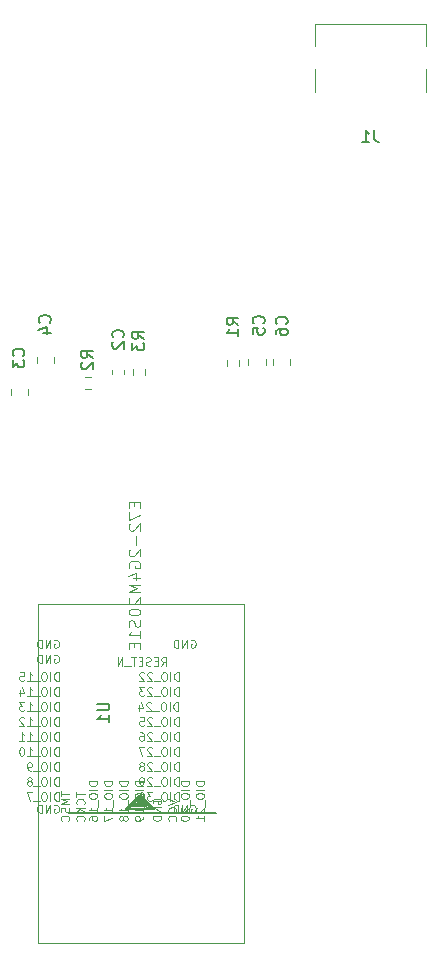
<source format=gbr>
%TF.GenerationSoftware,KiCad,Pcbnew,(5.1.7-0-10_14)*%
%TF.CreationDate,2020-11-05T11:20:50+08:00*%
%TF.ProjectId,bbb_cape,6262625f-6361-4706-952e-6b696361645f,rev?*%
%TF.SameCoordinates,Original*%
%TF.FileFunction,Legend,Bot*%
%TF.FilePolarity,Positive*%
%FSLAX46Y46*%
G04 Gerber Fmt 4.6, Leading zero omitted, Abs format (unit mm)*
G04 Created by KiCad (PCBNEW (5.1.7-0-10_14)) date 2020-11-05 11:20:50*
%MOMM*%
%LPD*%
G01*
G04 APERTURE LIST*
%ADD10C,0.120000*%
%ADD11C,0.200000*%
%ADD12C,0.100000*%
%ADD13C,0.150000*%
G04 APERTURE END LIST*
D10*
%TO.C,R3*%
X141852600Y-79937124D02*
X141852600Y-79427676D01*
X140807600Y-79937124D02*
X140807600Y-79427676D01*
%TO.C,R2*%
X136755376Y-81144900D02*
X137264824Y-81144900D01*
X136755376Y-80099900D02*
X137264824Y-80099900D01*
%TO.C,R1*%
X148767600Y-78677676D02*
X148767600Y-79187124D01*
X149812600Y-78677676D02*
X149812600Y-79187124D01*
%TO.C,C6*%
X152685100Y-78611148D02*
X152685100Y-79133652D01*
X154155100Y-78611148D02*
X154155100Y-79133652D01*
%TO.C,C5*%
X150615100Y-78611148D02*
X150615100Y-79133652D01*
X152085100Y-78611148D02*
X152085100Y-79133652D01*
%TO.C,C4*%
X134185100Y-78913652D02*
X134185100Y-78391148D01*
X132715100Y-78913652D02*
X132715100Y-78391148D01*
%TO.C,C3*%
X131995100Y-81633652D02*
X131995100Y-81111148D01*
X130525100Y-81633652D02*
X130525100Y-81111148D01*
%TO.C,C2*%
X140120100Y-79848667D02*
X140120100Y-79556133D01*
X139100100Y-79848667D02*
X139100100Y-79556133D01*
%TO.C,J1*%
X156240100Y-52122400D02*
X156240100Y-50222400D01*
X156240100Y-56022400D02*
X156240100Y-54022400D01*
X165640100Y-52122400D02*
X165640100Y-50222400D01*
X165640100Y-56022400D02*
X165640100Y-54022400D01*
X156240100Y-50222400D02*
X165640100Y-50222400D01*
D11*
%TO.C,U1*%
X141298381Y-116225706D02*
X141298381Y-115819154D01*
X141298381Y-115819154D02*
X141445116Y-115819154D01*
X141445116Y-115819154D02*
X141445116Y-115672444D01*
X141445116Y-115672444D02*
X141445116Y-115819154D01*
X141445116Y-115819154D02*
X141745116Y-116119153D01*
X141745116Y-116119153D02*
X141745116Y-115972443D01*
X141745116Y-115972443D02*
X141594519Y-115821846D01*
X141594519Y-115821846D02*
X141297212Y-116119153D01*
X141297212Y-116119153D02*
X141291853Y-116119153D01*
X141291853Y-116119153D02*
X141145117Y-115972443D01*
X141145117Y-115972443D02*
X141298381Y-115819154D01*
X141298381Y-115819154D02*
X141145117Y-115972443D01*
X141145117Y-115972443D02*
X141045117Y-116072443D01*
X141045117Y-116072443D02*
X141045117Y-116172443D01*
X141045117Y-116172443D02*
X141145117Y-116272442D01*
X141145117Y-116272442D02*
X142045115Y-116272442D01*
X142045115Y-116272442D02*
X142145115Y-116372442D01*
X142145115Y-116372442D02*
X141998379Y-116372442D01*
X141998379Y-116372442D02*
X141745116Y-116119153D01*
X141745116Y-116119153D02*
X141291853Y-116119153D01*
X141291853Y-116119153D02*
X141145117Y-116265889D01*
X140745118Y-116672442D02*
X140210092Y-116672442D01*
X140210092Y-116672442D02*
X141410090Y-115472444D01*
X141410090Y-115472444D02*
X141445116Y-115472444D01*
X141445116Y-115472444D02*
X141594519Y-115621847D01*
X141594519Y-115621847D02*
X141594519Y-115821846D01*
X141594519Y-115821846D02*
X142345115Y-116572442D01*
X142345115Y-116572442D02*
X142045115Y-116572442D01*
X142045115Y-116572442D02*
X141945115Y-116472442D01*
X141945115Y-116472442D02*
X140845118Y-116472442D01*
X140845118Y-116472442D02*
X140645118Y-116472442D01*
X140645118Y-116472442D02*
X140845118Y-116272442D01*
X140845118Y-116272442D02*
X141145117Y-116272442D01*
X141145117Y-116272442D02*
X141145117Y-116172392D01*
X142645114Y-116672442D02*
X140445118Y-116672442D01*
X140445118Y-116672442D02*
X141445116Y-115672444D01*
X141445116Y-115672444D02*
X141445116Y-115472444D01*
X141445116Y-115472444D02*
X142645114Y-116672442D01*
X135463416Y-117063094D02*
X147879165Y-117063094D01*
D12*
X132780110Y-99372400D02*
X150280100Y-99372400D01*
X150280100Y-99372400D02*
X150280100Y-128072393D01*
X150280100Y-128072393D02*
X132780110Y-128072393D01*
X132780110Y-128072393D02*
X132780110Y-99372400D01*
%TO.C,R3*%
D13*
X141782480Y-76885733D02*
X141306290Y-76552400D01*
X141782480Y-76314304D02*
X140782480Y-76314304D01*
X140782480Y-76695257D01*
X140830100Y-76790495D01*
X140877719Y-76838114D01*
X140972957Y-76885733D01*
X141115814Y-76885733D01*
X141211052Y-76838114D01*
X141258671Y-76790495D01*
X141306290Y-76695257D01*
X141306290Y-76314304D01*
X140782480Y-77219066D02*
X140782480Y-77838114D01*
X141163433Y-77504780D01*
X141163433Y-77647638D01*
X141211052Y-77742876D01*
X141258671Y-77790495D01*
X141353909Y-77838114D01*
X141592004Y-77838114D01*
X141687242Y-77790495D01*
X141734861Y-77742876D01*
X141782480Y-77647638D01*
X141782480Y-77361923D01*
X141734861Y-77266685D01*
X141687242Y-77219066D01*
%TO.C,R2*%
X137442480Y-78495733D02*
X136966290Y-78162400D01*
X137442480Y-77924304D02*
X136442480Y-77924304D01*
X136442480Y-78305257D01*
X136490100Y-78400495D01*
X136537719Y-78448114D01*
X136632957Y-78495733D01*
X136775814Y-78495733D01*
X136871052Y-78448114D01*
X136918671Y-78400495D01*
X136966290Y-78305257D01*
X136966290Y-77924304D01*
X136537719Y-78876685D02*
X136490100Y-78924304D01*
X136442480Y-79019542D01*
X136442480Y-79257638D01*
X136490100Y-79352876D01*
X136537719Y-79400495D01*
X136632957Y-79448114D01*
X136728195Y-79448114D01*
X136871052Y-79400495D01*
X137442480Y-78829066D01*
X137442480Y-79448114D01*
%TO.C,R1*%
X149762480Y-75695733D02*
X149286290Y-75362400D01*
X149762480Y-75124304D02*
X148762480Y-75124304D01*
X148762480Y-75505257D01*
X148810100Y-75600495D01*
X148857719Y-75648114D01*
X148952957Y-75695733D01*
X149095814Y-75695733D01*
X149191052Y-75648114D01*
X149238671Y-75600495D01*
X149286290Y-75505257D01*
X149286290Y-75124304D01*
X149762480Y-76648114D02*
X149762480Y-76076685D01*
X149762480Y-76362400D02*
X148762480Y-76362400D01*
X148905338Y-76267161D01*
X149000576Y-76171923D01*
X149048195Y-76076685D01*
%TO.C,C6*%
X153837242Y-75635733D02*
X153884861Y-75588114D01*
X153932480Y-75445257D01*
X153932480Y-75350019D01*
X153884861Y-75207161D01*
X153789623Y-75111923D01*
X153694385Y-75064304D01*
X153503909Y-75016685D01*
X153361052Y-75016685D01*
X153170576Y-75064304D01*
X153075338Y-75111923D01*
X152980100Y-75207161D01*
X152932480Y-75350019D01*
X152932480Y-75445257D01*
X152980100Y-75588114D01*
X153027719Y-75635733D01*
X152932480Y-76492876D02*
X152932480Y-76302400D01*
X152980100Y-76207161D01*
X153027719Y-76159542D01*
X153170576Y-76064304D01*
X153361052Y-76016685D01*
X153742004Y-76016685D01*
X153837242Y-76064304D01*
X153884861Y-76111923D01*
X153932480Y-76207161D01*
X153932480Y-76397638D01*
X153884861Y-76492876D01*
X153837242Y-76540495D01*
X153742004Y-76588114D01*
X153503909Y-76588114D01*
X153408671Y-76540495D01*
X153361052Y-76492876D01*
X153313433Y-76397638D01*
X153313433Y-76207161D01*
X153361052Y-76111923D01*
X153408671Y-76064304D01*
X153503909Y-76016685D01*
%TO.C,C5*%
X151887242Y-75575733D02*
X151934861Y-75528114D01*
X151982480Y-75385257D01*
X151982480Y-75290019D01*
X151934861Y-75147161D01*
X151839623Y-75051923D01*
X151744385Y-75004304D01*
X151553909Y-74956685D01*
X151411052Y-74956685D01*
X151220576Y-75004304D01*
X151125338Y-75051923D01*
X151030100Y-75147161D01*
X150982480Y-75290019D01*
X150982480Y-75385257D01*
X151030100Y-75528114D01*
X151077719Y-75575733D01*
X150982480Y-76480495D02*
X150982480Y-76004304D01*
X151458671Y-75956685D01*
X151411052Y-76004304D01*
X151363433Y-76099542D01*
X151363433Y-76337638D01*
X151411052Y-76432876D01*
X151458671Y-76480495D01*
X151553909Y-76528114D01*
X151792004Y-76528114D01*
X151887242Y-76480495D01*
X151934861Y-76432876D01*
X151982480Y-76337638D01*
X151982480Y-76099542D01*
X151934861Y-76004304D01*
X151887242Y-75956685D01*
%TO.C,C4*%
X133777242Y-75505733D02*
X133824861Y-75458114D01*
X133872480Y-75315257D01*
X133872480Y-75220019D01*
X133824861Y-75077161D01*
X133729623Y-74981923D01*
X133634385Y-74934304D01*
X133443909Y-74886685D01*
X133301052Y-74886685D01*
X133110576Y-74934304D01*
X133015338Y-74981923D01*
X132920100Y-75077161D01*
X132872480Y-75220019D01*
X132872480Y-75315257D01*
X132920100Y-75458114D01*
X132967719Y-75505733D01*
X133205814Y-76362876D02*
X133872480Y-76362876D01*
X132824861Y-76124780D02*
X133539147Y-75886685D01*
X133539147Y-76505733D01*
%TO.C,C3*%
X131547242Y-78325733D02*
X131594861Y-78278114D01*
X131642480Y-78135257D01*
X131642480Y-78040019D01*
X131594861Y-77897161D01*
X131499623Y-77801923D01*
X131404385Y-77754304D01*
X131213909Y-77706685D01*
X131071052Y-77706685D01*
X130880576Y-77754304D01*
X130785338Y-77801923D01*
X130690100Y-77897161D01*
X130642480Y-78040019D01*
X130642480Y-78135257D01*
X130690100Y-78278114D01*
X130737719Y-78325733D01*
X130642480Y-78659066D02*
X130642480Y-79278114D01*
X131023433Y-78944780D01*
X131023433Y-79087638D01*
X131071052Y-79182876D01*
X131118671Y-79230495D01*
X131213909Y-79278114D01*
X131452004Y-79278114D01*
X131547242Y-79230495D01*
X131594861Y-79182876D01*
X131642480Y-79087638D01*
X131642480Y-78801923D01*
X131594861Y-78706685D01*
X131547242Y-78659066D01*
%TO.C,C2*%
X139987242Y-76755733D02*
X140034861Y-76708114D01*
X140082480Y-76565257D01*
X140082480Y-76470019D01*
X140034861Y-76327161D01*
X139939623Y-76231923D01*
X139844385Y-76184304D01*
X139653909Y-76136685D01*
X139511052Y-76136685D01*
X139320576Y-76184304D01*
X139225338Y-76231923D01*
X139130100Y-76327161D01*
X139082480Y-76470019D01*
X139082480Y-76565257D01*
X139130100Y-76708114D01*
X139177719Y-76755733D01*
X139177719Y-77136685D02*
X139130100Y-77184304D01*
X139082480Y-77279542D01*
X139082480Y-77517638D01*
X139130100Y-77612876D01*
X139177719Y-77660495D01*
X139272957Y-77708114D01*
X139368195Y-77708114D01*
X139511052Y-77660495D01*
X140082480Y-77089066D01*
X140082480Y-77708114D01*
%TO.C,J1*%
X161273433Y-59219780D02*
X161273433Y-59934066D01*
X161321052Y-60076923D01*
X161416290Y-60172161D01*
X161559147Y-60219780D01*
X161654385Y-60219780D01*
X160273433Y-60219780D02*
X160844861Y-60219780D01*
X160559147Y-60219780D02*
X160559147Y-59219780D01*
X160654385Y-59362638D01*
X160749623Y-59457876D01*
X160844861Y-59505495D01*
%TO.C,U1*%
X137832480Y-107770495D02*
X138642004Y-107770495D01*
X138737242Y-107818114D01*
X138784861Y-107865733D01*
X138832480Y-107960971D01*
X138832480Y-108151447D01*
X138784861Y-108246685D01*
X138737242Y-108294304D01*
X138642004Y-108341923D01*
X137832480Y-108341923D01*
X138832480Y-109341923D02*
X138832480Y-108770495D01*
X138832480Y-109056209D02*
X137832480Y-109056209D01*
X137975338Y-108960971D01*
X138070576Y-108865733D01*
X138118195Y-108770495D01*
D12*
X144714941Y-115987485D02*
X144714941Y-115287484D01*
X144548274Y-115287484D01*
X144448274Y-115320817D01*
X144381607Y-115387484D01*
X144348273Y-115454151D01*
X144314940Y-115587484D01*
X144314940Y-115687484D01*
X144348273Y-115820818D01*
X144381607Y-115887484D01*
X144448274Y-115954151D01*
X144548274Y-115987485D01*
X144714941Y-115987485D01*
X144014940Y-115987485D02*
X144014940Y-115287484D01*
X143548272Y-115287484D02*
X143414939Y-115287484D01*
X143348272Y-115320817D01*
X143281605Y-115387484D01*
X143248272Y-115520817D01*
X143248272Y-115754151D01*
X143281605Y-115887484D01*
X143348272Y-115954151D01*
X143414939Y-115987485D01*
X143548272Y-115987485D01*
X143614939Y-115954151D01*
X143681606Y-115887484D01*
X143714939Y-115754151D01*
X143714939Y-115520817D01*
X143681606Y-115387484D01*
X143614939Y-115320817D01*
X143548272Y-115287484D01*
X143114938Y-116054151D02*
X142581604Y-116054151D01*
X142481604Y-115287484D02*
X142048270Y-115287484D01*
X142281604Y-115554151D01*
X142181604Y-115554151D01*
X142114937Y-115587484D01*
X142081604Y-115620817D01*
X142048270Y-115687484D01*
X142048270Y-115854151D01*
X142081604Y-115920818D01*
X142114937Y-115954151D01*
X142181604Y-115987485D01*
X142381604Y-115987485D01*
X142448271Y-115954151D01*
X142481604Y-115920818D01*
X141614936Y-115287484D02*
X141548269Y-115287484D01*
X141481603Y-115320817D01*
X141448269Y-115354150D01*
X141414936Y-115420817D01*
X141381603Y-115554151D01*
X141381603Y-115720818D01*
X141414936Y-115854151D01*
X141448269Y-115920818D01*
X141481603Y-115954151D01*
X141548269Y-115987485D01*
X141614936Y-115987485D01*
X141681603Y-115954151D01*
X141714936Y-115920818D01*
X141748270Y-115854151D01*
X141781603Y-115720818D01*
X141781603Y-115554151D01*
X141748270Y-115420817D01*
X141714936Y-115354150D01*
X141681603Y-115320817D01*
X141614936Y-115287484D01*
X144648139Y-108367485D02*
X144648139Y-107667484D01*
X144481472Y-107667484D01*
X144381472Y-107700817D01*
X144314805Y-107767484D01*
X144281471Y-107834151D01*
X144248138Y-107967484D01*
X144248138Y-108067484D01*
X144281471Y-108200818D01*
X144314805Y-108267484D01*
X144381472Y-108334151D01*
X144481472Y-108367485D01*
X144648139Y-108367485D01*
X143948138Y-108367485D02*
X143948138Y-107667484D01*
X143481470Y-107667484D02*
X143348137Y-107667484D01*
X143281470Y-107700817D01*
X143214803Y-107767484D01*
X143181470Y-107900817D01*
X143181470Y-108134151D01*
X143214803Y-108267484D01*
X143281470Y-108334151D01*
X143348137Y-108367485D01*
X143481470Y-108367485D01*
X143548137Y-108334151D01*
X143614804Y-108267484D01*
X143648137Y-108134151D01*
X143648137Y-107900817D01*
X143614804Y-107767484D01*
X143548137Y-107700817D01*
X143481470Y-107667484D01*
X143048136Y-108434151D02*
X142514802Y-108434151D01*
X142381469Y-107734150D02*
X142348135Y-107700817D01*
X142281469Y-107667484D01*
X142114802Y-107667484D01*
X142048135Y-107700817D01*
X142014802Y-107734150D01*
X141981468Y-107800817D01*
X141981468Y-107867484D01*
X142014802Y-107967484D01*
X142414802Y-108367485D01*
X141981468Y-108367485D01*
X141381467Y-107900817D02*
X141381467Y-108367485D01*
X141548134Y-107634150D02*
X141714801Y-108134151D01*
X141281467Y-108134151D01*
X144714941Y-112177485D02*
X144714941Y-111477484D01*
X144548274Y-111477484D01*
X144448274Y-111510817D01*
X144381607Y-111577484D01*
X144348273Y-111644151D01*
X144314940Y-111777484D01*
X144314940Y-111877484D01*
X144348273Y-112010818D01*
X144381607Y-112077484D01*
X144448274Y-112144151D01*
X144548274Y-112177485D01*
X144714941Y-112177485D01*
X144014940Y-112177485D02*
X144014940Y-111477484D01*
X143548272Y-111477484D02*
X143414939Y-111477484D01*
X143348272Y-111510817D01*
X143281605Y-111577484D01*
X143248272Y-111710817D01*
X143248272Y-111944151D01*
X143281605Y-112077484D01*
X143348272Y-112144151D01*
X143414939Y-112177485D01*
X143548272Y-112177485D01*
X143614939Y-112144151D01*
X143681606Y-112077484D01*
X143714939Y-111944151D01*
X143714939Y-111710817D01*
X143681606Y-111577484D01*
X143614939Y-111510817D01*
X143548272Y-111477484D01*
X143114938Y-112244151D02*
X142581604Y-112244151D01*
X142448271Y-111544150D02*
X142414937Y-111510817D01*
X142348271Y-111477484D01*
X142181604Y-111477484D01*
X142114937Y-111510817D01*
X142081604Y-111544150D01*
X142048270Y-111610817D01*
X142048270Y-111677484D01*
X142081604Y-111777484D01*
X142481604Y-112177485D01*
X142048270Y-112177485D01*
X141814936Y-111477484D02*
X141348269Y-111477484D01*
X141648270Y-112177485D01*
X144714941Y-114717485D02*
X144714941Y-114017484D01*
X144548274Y-114017484D01*
X144448274Y-114050817D01*
X144381607Y-114117484D01*
X144348273Y-114184151D01*
X144314940Y-114317484D01*
X144314940Y-114417484D01*
X144348273Y-114550818D01*
X144381607Y-114617484D01*
X144448274Y-114684151D01*
X144548274Y-114717485D01*
X144714941Y-114717485D01*
X144014940Y-114717485D02*
X144014940Y-114017484D01*
X143548272Y-114017484D02*
X143414939Y-114017484D01*
X143348272Y-114050817D01*
X143281605Y-114117484D01*
X143248272Y-114250817D01*
X143248272Y-114484151D01*
X143281605Y-114617484D01*
X143348272Y-114684151D01*
X143414939Y-114717485D01*
X143548272Y-114717485D01*
X143614939Y-114684151D01*
X143681606Y-114617484D01*
X143714939Y-114484151D01*
X143714939Y-114250817D01*
X143681606Y-114117484D01*
X143614939Y-114050817D01*
X143548272Y-114017484D01*
X143114938Y-114784151D02*
X142581604Y-114784151D01*
X142448271Y-114084150D02*
X142414937Y-114050817D01*
X142348271Y-114017484D01*
X142181604Y-114017484D01*
X142114937Y-114050817D01*
X142081604Y-114084150D01*
X142048270Y-114150817D01*
X142048270Y-114217484D01*
X142081604Y-114317484D01*
X142481604Y-114717485D01*
X142048270Y-114717485D01*
X141714936Y-114717485D02*
X141581603Y-114717485D01*
X141514936Y-114684151D01*
X141481603Y-114650818D01*
X141414936Y-114550818D01*
X141381603Y-114417484D01*
X141381603Y-114150817D01*
X141414936Y-114084150D01*
X141448269Y-114050817D01*
X141514936Y-114017484D01*
X141648270Y-114017484D01*
X141714936Y-114050817D01*
X141748270Y-114084150D01*
X141781603Y-114150817D01*
X141781603Y-114317484D01*
X141748270Y-114384151D01*
X141714936Y-114417484D01*
X141648270Y-114450818D01*
X141514936Y-114450818D01*
X141448269Y-114417484D01*
X141414936Y-114384151D01*
X141381603Y-114317484D01*
X144714941Y-105827485D02*
X144714941Y-105127484D01*
X144548274Y-105127484D01*
X144448274Y-105160817D01*
X144381607Y-105227484D01*
X144348273Y-105294151D01*
X144314940Y-105427484D01*
X144314940Y-105527484D01*
X144348273Y-105660818D01*
X144381607Y-105727484D01*
X144448274Y-105794151D01*
X144548274Y-105827485D01*
X144714941Y-105827485D01*
X144014940Y-105827485D02*
X144014940Y-105127484D01*
X143548272Y-105127484D02*
X143414939Y-105127484D01*
X143348272Y-105160817D01*
X143281605Y-105227484D01*
X143248272Y-105360817D01*
X143248272Y-105594151D01*
X143281605Y-105727484D01*
X143348272Y-105794151D01*
X143414939Y-105827485D01*
X143548272Y-105827485D01*
X143614939Y-105794151D01*
X143681606Y-105727484D01*
X143714939Y-105594151D01*
X143714939Y-105360817D01*
X143681606Y-105227484D01*
X143614939Y-105160817D01*
X143548272Y-105127484D01*
X143114938Y-105894151D02*
X142581604Y-105894151D01*
X142448271Y-105194150D02*
X142414937Y-105160817D01*
X142348271Y-105127484D01*
X142181604Y-105127484D01*
X142114937Y-105160817D01*
X142081604Y-105194150D01*
X142048270Y-105260817D01*
X142048270Y-105327484D01*
X142081604Y-105427484D01*
X142481604Y-105827485D01*
X142048270Y-105827485D01*
X141781603Y-105194150D02*
X141748270Y-105160817D01*
X141681603Y-105127484D01*
X141514936Y-105127484D01*
X141448269Y-105160817D01*
X141414936Y-105194150D01*
X141381603Y-105260817D01*
X141381603Y-105327484D01*
X141414936Y-105427484D01*
X141814936Y-105827485D01*
X141381603Y-105827485D01*
X143248394Y-104557485D02*
X143481728Y-104224151D01*
X143648395Y-104557485D02*
X143648395Y-103857484D01*
X143381728Y-103857484D01*
X143315061Y-103890817D01*
X143281727Y-103924150D01*
X143248394Y-103990817D01*
X143248394Y-104090817D01*
X143281727Y-104157484D01*
X143315061Y-104190817D01*
X143381728Y-104224151D01*
X143648395Y-104224151D01*
X142948394Y-104190817D02*
X142715060Y-104190817D01*
X142615060Y-104557485D02*
X142948394Y-104557485D01*
X142948394Y-103857484D01*
X142615060Y-103857484D01*
X142348393Y-104524151D02*
X142248393Y-104557485D01*
X142081726Y-104557485D01*
X142015059Y-104524151D01*
X141981726Y-104490818D01*
X141948392Y-104424151D01*
X141948392Y-104357484D01*
X141981726Y-104290818D01*
X142015059Y-104257484D01*
X142081726Y-104224151D01*
X142215059Y-104190817D01*
X142281726Y-104157484D01*
X142315059Y-104124151D01*
X142348393Y-104057484D01*
X142348393Y-103990817D01*
X142315059Y-103924150D01*
X142281726Y-103890817D01*
X142215059Y-103857484D01*
X142048392Y-103857484D01*
X141948392Y-103890817D01*
X141648392Y-104190817D02*
X141415058Y-104190817D01*
X141315058Y-104557485D02*
X141648392Y-104557485D01*
X141648392Y-103857484D01*
X141315058Y-103857484D01*
X141115058Y-103857484D02*
X140715057Y-103857484D01*
X140915057Y-104557485D02*
X140915057Y-103857484D01*
X140648390Y-104624151D02*
X140115056Y-104624151D01*
X139948389Y-104557485D02*
X139948389Y-103857484D01*
X139548389Y-104557485D01*
X139548389Y-103857484D01*
X145747813Y-116357645D02*
X145814480Y-116324312D01*
X145914480Y-116324312D01*
X146014480Y-116357645D01*
X146081147Y-116424312D01*
X146114481Y-116490979D01*
X146147814Y-116624312D01*
X146147814Y-116724312D01*
X146114481Y-116857646D01*
X146081147Y-116924312D01*
X146014480Y-116990979D01*
X145914480Y-117024313D01*
X145847814Y-117024313D01*
X145747813Y-116990979D01*
X145714480Y-116957646D01*
X145714480Y-116724312D01*
X145847814Y-116724312D01*
X145414480Y-117024313D02*
X145414480Y-116324312D01*
X145014479Y-117024313D01*
X145014479Y-116324312D01*
X144681145Y-117024313D02*
X144681145Y-116324312D01*
X144514478Y-116324312D01*
X144414478Y-116357645D01*
X144347811Y-116424312D01*
X144314478Y-116490979D01*
X144281145Y-116624312D01*
X144281145Y-116724312D01*
X144314478Y-116857646D01*
X144347811Y-116924312D01*
X144414478Y-116990979D01*
X144514478Y-117024313D01*
X144681145Y-117024313D01*
X144714941Y-113447485D02*
X144714941Y-112747484D01*
X144548274Y-112747484D01*
X144448274Y-112780817D01*
X144381607Y-112847484D01*
X144348273Y-112914151D01*
X144314940Y-113047484D01*
X144314940Y-113147484D01*
X144348273Y-113280818D01*
X144381607Y-113347484D01*
X144448274Y-113414151D01*
X144548274Y-113447485D01*
X144714941Y-113447485D01*
X144014940Y-113447485D02*
X144014940Y-112747484D01*
X143548272Y-112747484D02*
X143414939Y-112747484D01*
X143348272Y-112780817D01*
X143281605Y-112847484D01*
X143248272Y-112980817D01*
X143248272Y-113214151D01*
X143281605Y-113347484D01*
X143348272Y-113414151D01*
X143414939Y-113447485D01*
X143548272Y-113447485D01*
X143614939Y-113414151D01*
X143681606Y-113347484D01*
X143714939Y-113214151D01*
X143714939Y-112980817D01*
X143681606Y-112847484D01*
X143614939Y-112780817D01*
X143548272Y-112747484D01*
X143114938Y-113514151D02*
X142581604Y-113514151D01*
X142448271Y-112814150D02*
X142414937Y-112780817D01*
X142348271Y-112747484D01*
X142181604Y-112747484D01*
X142114937Y-112780817D01*
X142081604Y-112814150D01*
X142048270Y-112880817D01*
X142048270Y-112947484D01*
X142081604Y-113047484D01*
X142481604Y-113447485D01*
X142048270Y-113447485D01*
X141648270Y-113047484D02*
X141714936Y-113014151D01*
X141748270Y-112980817D01*
X141781603Y-112914151D01*
X141781603Y-112880817D01*
X141748270Y-112814150D01*
X141714936Y-112780817D01*
X141648270Y-112747484D01*
X141514936Y-112747484D01*
X141448269Y-112780817D01*
X141414936Y-112814150D01*
X141381603Y-112880817D01*
X141381603Y-112914151D01*
X141414936Y-112980817D01*
X141448269Y-113014151D01*
X141514936Y-113047484D01*
X141648270Y-113047484D01*
X141714936Y-113080817D01*
X141748270Y-113114151D01*
X141781603Y-113180818D01*
X141781603Y-113314151D01*
X141748270Y-113380818D01*
X141714936Y-113414151D01*
X141648270Y-113447485D01*
X141514936Y-113447485D01*
X141448269Y-113414151D01*
X141414936Y-113380818D01*
X141381603Y-113314151D01*
X141381603Y-113180818D01*
X141414936Y-113114151D01*
X141448269Y-113080817D01*
X141514936Y-113047484D01*
X144714941Y-110907485D02*
X144714941Y-110207484D01*
X144548274Y-110207484D01*
X144448274Y-110240817D01*
X144381607Y-110307484D01*
X144348273Y-110374151D01*
X144314940Y-110507484D01*
X144314940Y-110607484D01*
X144348273Y-110740818D01*
X144381607Y-110807484D01*
X144448274Y-110874151D01*
X144548274Y-110907485D01*
X144714941Y-110907485D01*
X144014940Y-110907485D02*
X144014940Y-110207484D01*
X143548272Y-110207484D02*
X143414939Y-110207484D01*
X143348272Y-110240817D01*
X143281605Y-110307484D01*
X143248272Y-110440817D01*
X143248272Y-110674151D01*
X143281605Y-110807484D01*
X143348272Y-110874151D01*
X143414939Y-110907485D01*
X143548272Y-110907485D01*
X143614939Y-110874151D01*
X143681606Y-110807484D01*
X143714939Y-110674151D01*
X143714939Y-110440817D01*
X143681606Y-110307484D01*
X143614939Y-110240817D01*
X143548272Y-110207484D01*
X143114938Y-110974151D02*
X142581604Y-110974151D01*
X142448271Y-110274150D02*
X142414937Y-110240817D01*
X142348271Y-110207484D01*
X142181604Y-110207484D01*
X142114937Y-110240817D01*
X142081604Y-110274150D01*
X142048270Y-110340817D01*
X142048270Y-110407484D01*
X142081604Y-110507484D01*
X142481604Y-110907485D01*
X142048270Y-110907485D01*
X141448269Y-110207484D02*
X141581603Y-110207484D01*
X141648270Y-110240817D01*
X141681603Y-110274150D01*
X141748270Y-110374151D01*
X141781603Y-110507484D01*
X141781603Y-110774151D01*
X141748270Y-110840818D01*
X141714936Y-110874151D01*
X141648270Y-110907485D01*
X141514936Y-110907485D01*
X141448269Y-110874151D01*
X141414936Y-110840818D01*
X141381603Y-110774151D01*
X141381603Y-110607484D01*
X141414936Y-110540817D01*
X141448269Y-110507484D01*
X141514936Y-110474151D01*
X141648270Y-110474151D01*
X141714936Y-110507484D01*
X141748270Y-110540817D01*
X141781603Y-110607484D01*
X144714941Y-109637485D02*
X144714941Y-108937484D01*
X144548274Y-108937484D01*
X144448274Y-108970817D01*
X144381607Y-109037484D01*
X144348273Y-109104151D01*
X144314940Y-109237484D01*
X144314940Y-109337484D01*
X144348273Y-109470818D01*
X144381607Y-109537484D01*
X144448274Y-109604151D01*
X144548274Y-109637485D01*
X144714941Y-109637485D01*
X144014940Y-109637485D02*
X144014940Y-108937484D01*
X143548272Y-108937484D02*
X143414939Y-108937484D01*
X143348272Y-108970817D01*
X143281605Y-109037484D01*
X143248272Y-109170817D01*
X143248272Y-109404151D01*
X143281605Y-109537484D01*
X143348272Y-109604151D01*
X143414939Y-109637485D01*
X143548272Y-109637485D01*
X143614939Y-109604151D01*
X143681606Y-109537484D01*
X143714939Y-109404151D01*
X143714939Y-109170817D01*
X143681606Y-109037484D01*
X143614939Y-108970817D01*
X143548272Y-108937484D01*
X143114938Y-109704151D02*
X142581604Y-109704151D01*
X142448271Y-109004150D02*
X142414937Y-108970817D01*
X142348271Y-108937484D01*
X142181604Y-108937484D01*
X142114937Y-108970817D01*
X142081604Y-109004150D01*
X142048270Y-109070817D01*
X142048270Y-109137484D01*
X142081604Y-109237484D01*
X142481604Y-109637485D01*
X142048270Y-109637485D01*
X141414936Y-108937484D02*
X141748270Y-108937484D01*
X141781603Y-109270817D01*
X141748270Y-109237484D01*
X141681603Y-109204151D01*
X141514936Y-109204151D01*
X141448269Y-109237484D01*
X141414936Y-109270817D01*
X141381603Y-109337484D01*
X141381603Y-109504151D01*
X141414936Y-109570818D01*
X141448269Y-109604151D01*
X141514936Y-109637485D01*
X141681603Y-109637485D01*
X141748270Y-109604151D01*
X141781603Y-109570818D01*
X144714941Y-107097485D02*
X144714941Y-106397484D01*
X144548274Y-106397484D01*
X144448274Y-106430817D01*
X144381607Y-106497484D01*
X144348273Y-106564151D01*
X144314940Y-106697484D01*
X144314940Y-106797484D01*
X144348273Y-106930818D01*
X144381607Y-106997484D01*
X144448274Y-107064151D01*
X144548274Y-107097485D01*
X144714941Y-107097485D01*
X144014940Y-107097485D02*
X144014940Y-106397484D01*
X143548272Y-106397484D02*
X143414939Y-106397484D01*
X143348272Y-106430817D01*
X143281605Y-106497484D01*
X143248272Y-106630817D01*
X143248272Y-106864151D01*
X143281605Y-106997484D01*
X143348272Y-107064151D01*
X143414939Y-107097485D01*
X143548272Y-107097485D01*
X143614939Y-107064151D01*
X143681606Y-106997484D01*
X143714939Y-106864151D01*
X143714939Y-106630817D01*
X143681606Y-106497484D01*
X143614939Y-106430817D01*
X143548272Y-106397484D01*
X143114938Y-107164151D02*
X142581604Y-107164151D01*
X142448271Y-106464150D02*
X142414937Y-106430817D01*
X142348271Y-106397484D01*
X142181604Y-106397484D01*
X142114937Y-106430817D01*
X142081604Y-106464150D01*
X142048270Y-106530817D01*
X142048270Y-106597484D01*
X142081604Y-106697484D01*
X142481604Y-107097485D01*
X142048270Y-107097485D01*
X141814936Y-106397484D02*
X141381603Y-106397484D01*
X141614936Y-106664151D01*
X141514936Y-106664151D01*
X141448269Y-106697484D01*
X141414936Y-106730817D01*
X141381603Y-106797484D01*
X141381603Y-106964151D01*
X141414936Y-107030818D01*
X141448269Y-107064151D01*
X141514936Y-107097485D01*
X141714936Y-107097485D01*
X141781603Y-107064151D01*
X141814936Y-107030818D01*
X145747813Y-102387645D02*
X145814480Y-102354312D01*
X145914480Y-102354312D01*
X146014480Y-102387645D01*
X146081147Y-102454312D01*
X146114481Y-102520979D01*
X146147814Y-102654312D01*
X146147814Y-102754312D01*
X146114481Y-102887646D01*
X146081147Y-102954312D01*
X146014480Y-103020979D01*
X145914480Y-103054313D01*
X145847814Y-103054313D01*
X145747813Y-103020979D01*
X145714480Y-102987646D01*
X145714480Y-102754312D01*
X145847814Y-102754312D01*
X145414480Y-103054313D02*
X145414480Y-102354312D01*
X145014479Y-103054313D01*
X145014479Y-102354312D01*
X144681145Y-103054313D02*
X144681145Y-102354312D01*
X144514478Y-102354312D01*
X144414478Y-102387645D01*
X144347811Y-102454312D01*
X144314478Y-102520979D01*
X144281145Y-102654312D01*
X144281145Y-102754312D01*
X144314478Y-102887646D01*
X144347811Y-102954312D01*
X144414478Y-103020979D01*
X144514478Y-103054313D01*
X144681145Y-103054313D01*
X134548337Y-115987485D02*
X134548337Y-115287484D01*
X134381670Y-115287484D01*
X134281670Y-115320817D01*
X134215003Y-115387484D01*
X134181669Y-115454151D01*
X134148336Y-115587484D01*
X134148336Y-115687484D01*
X134181669Y-115820818D01*
X134215003Y-115887484D01*
X134281670Y-115954151D01*
X134381670Y-115987485D01*
X134548337Y-115987485D01*
X133848336Y-115987485D02*
X133848336Y-115287484D01*
X133381668Y-115287484D02*
X133248335Y-115287484D01*
X133181668Y-115320817D01*
X133115001Y-115387484D01*
X133081668Y-115520817D01*
X133081668Y-115754151D01*
X133115001Y-115887484D01*
X133181668Y-115954151D01*
X133248335Y-115987485D01*
X133381668Y-115987485D01*
X133448335Y-115954151D01*
X133515002Y-115887484D01*
X133548335Y-115754151D01*
X133548335Y-115520817D01*
X133515002Y-115387484D01*
X133448335Y-115320817D01*
X133381668Y-115287484D01*
X132948334Y-116054151D02*
X132415000Y-116054151D01*
X132315000Y-115287484D02*
X131848333Y-115287484D01*
X132148333Y-115987485D01*
X134548337Y-114717485D02*
X134548337Y-114017484D01*
X134381670Y-114017484D01*
X134281670Y-114050817D01*
X134215003Y-114117484D01*
X134181669Y-114184151D01*
X134148336Y-114317484D01*
X134148336Y-114417484D01*
X134181669Y-114550818D01*
X134215003Y-114617484D01*
X134281670Y-114684151D01*
X134381670Y-114717485D01*
X134548337Y-114717485D01*
X133848336Y-114717485D02*
X133848336Y-114017484D01*
X133381668Y-114017484D02*
X133248335Y-114017484D01*
X133181668Y-114050817D01*
X133115001Y-114117484D01*
X133081668Y-114250817D01*
X133081668Y-114484151D01*
X133115001Y-114617484D01*
X133181668Y-114684151D01*
X133248335Y-114717485D01*
X133381668Y-114717485D01*
X133448335Y-114684151D01*
X133515002Y-114617484D01*
X133548335Y-114484151D01*
X133548335Y-114250817D01*
X133515002Y-114117484D01*
X133448335Y-114050817D01*
X133381668Y-114017484D01*
X132948334Y-114784151D02*
X132415000Y-114784151D01*
X132148333Y-114317484D02*
X132215000Y-114284151D01*
X132248333Y-114250817D01*
X132281667Y-114184151D01*
X132281667Y-114150817D01*
X132248333Y-114084150D01*
X132215000Y-114050817D01*
X132148333Y-114017484D01*
X132015000Y-114017484D01*
X131948333Y-114050817D01*
X131915000Y-114084150D01*
X131881666Y-114150817D01*
X131881666Y-114184151D01*
X131915000Y-114250817D01*
X131948333Y-114284151D01*
X132015000Y-114317484D01*
X132148333Y-114317484D01*
X132215000Y-114350817D01*
X132248333Y-114384151D01*
X132281667Y-114450818D01*
X132281667Y-114584151D01*
X132248333Y-114650818D01*
X132215000Y-114684151D01*
X132148333Y-114717485D01*
X132015000Y-114717485D01*
X131948333Y-114684151D01*
X131915000Y-114650818D01*
X131881666Y-114584151D01*
X131881666Y-114450818D01*
X131915000Y-114384151D01*
X131948333Y-114350817D01*
X132015000Y-114317484D01*
X134548337Y-112177485D02*
X134548337Y-111477484D01*
X134381670Y-111477484D01*
X134281670Y-111510817D01*
X134215003Y-111577484D01*
X134181669Y-111644151D01*
X134148336Y-111777484D01*
X134148336Y-111877484D01*
X134181669Y-112010818D01*
X134215003Y-112077484D01*
X134281670Y-112144151D01*
X134381670Y-112177485D01*
X134548337Y-112177485D01*
X133848336Y-112177485D02*
X133848336Y-111477484D01*
X133381668Y-111477484D02*
X133248335Y-111477484D01*
X133181668Y-111510817D01*
X133115001Y-111577484D01*
X133081668Y-111710817D01*
X133081668Y-111944151D01*
X133115001Y-112077484D01*
X133181668Y-112144151D01*
X133248335Y-112177485D01*
X133381668Y-112177485D01*
X133448335Y-112144151D01*
X133515002Y-112077484D01*
X133548335Y-111944151D01*
X133548335Y-111710817D01*
X133515002Y-111577484D01*
X133448335Y-111510817D01*
X133381668Y-111477484D01*
X132948334Y-112244151D02*
X132415000Y-112244151D01*
X131881666Y-112177485D02*
X132281667Y-112177485D01*
X132081666Y-112177485D02*
X132081666Y-111477484D01*
X132148333Y-111577484D01*
X132215000Y-111644151D01*
X132281667Y-111677484D01*
X131448332Y-111477484D02*
X131381665Y-111477484D01*
X131314999Y-111510817D01*
X131281665Y-111544150D01*
X131248332Y-111610817D01*
X131214999Y-111744151D01*
X131214999Y-111910818D01*
X131248332Y-112044151D01*
X131281665Y-112110818D01*
X131314999Y-112144151D01*
X131381665Y-112177485D01*
X131448332Y-112177485D01*
X131514999Y-112144151D01*
X131548332Y-112110818D01*
X131581666Y-112044151D01*
X131614999Y-111910818D01*
X131614999Y-111744151D01*
X131581666Y-111610817D01*
X131548332Y-111544150D01*
X131514999Y-111510817D01*
X131448332Y-111477484D01*
X134548337Y-108367485D02*
X134548337Y-107667484D01*
X134381670Y-107667484D01*
X134281670Y-107700817D01*
X134215003Y-107767484D01*
X134181669Y-107834151D01*
X134148336Y-107967484D01*
X134148336Y-108067484D01*
X134181669Y-108200818D01*
X134215003Y-108267484D01*
X134281670Y-108334151D01*
X134381670Y-108367485D01*
X134548337Y-108367485D01*
X133848336Y-108367485D02*
X133848336Y-107667484D01*
X133381668Y-107667484D02*
X133248335Y-107667484D01*
X133181668Y-107700817D01*
X133115001Y-107767484D01*
X133081668Y-107900817D01*
X133081668Y-108134151D01*
X133115001Y-108267484D01*
X133181668Y-108334151D01*
X133248335Y-108367485D01*
X133381668Y-108367485D01*
X133448335Y-108334151D01*
X133515002Y-108267484D01*
X133548335Y-108134151D01*
X133548335Y-107900817D01*
X133515002Y-107767484D01*
X133448335Y-107700817D01*
X133381668Y-107667484D01*
X132948334Y-108434151D02*
X132415000Y-108434151D01*
X131881666Y-108367485D02*
X132281667Y-108367485D01*
X132081666Y-108367485D02*
X132081666Y-107667484D01*
X132148333Y-107767484D01*
X132215000Y-107834151D01*
X132281667Y-107867484D01*
X131648332Y-107667484D02*
X131214999Y-107667484D01*
X131448332Y-107934151D01*
X131348332Y-107934151D01*
X131281665Y-107967484D01*
X131248332Y-108000817D01*
X131214999Y-108067484D01*
X131214999Y-108234151D01*
X131248332Y-108300818D01*
X131281665Y-108334151D01*
X131348332Y-108367485D01*
X131548332Y-108367485D01*
X131614999Y-108334151D01*
X131648332Y-108300818D01*
X134548337Y-105827485D02*
X134548337Y-105127484D01*
X134381670Y-105127484D01*
X134281670Y-105160817D01*
X134215003Y-105227484D01*
X134181669Y-105294151D01*
X134148336Y-105427484D01*
X134148336Y-105527484D01*
X134181669Y-105660818D01*
X134215003Y-105727484D01*
X134281670Y-105794151D01*
X134381670Y-105827485D01*
X134548337Y-105827485D01*
X133848336Y-105827485D02*
X133848336Y-105127484D01*
X133381668Y-105127484D02*
X133248335Y-105127484D01*
X133181668Y-105160817D01*
X133115001Y-105227484D01*
X133081668Y-105360817D01*
X133081668Y-105594151D01*
X133115001Y-105727484D01*
X133181668Y-105794151D01*
X133248335Y-105827485D01*
X133381668Y-105827485D01*
X133448335Y-105794151D01*
X133515002Y-105727484D01*
X133548335Y-105594151D01*
X133548335Y-105360817D01*
X133515002Y-105227484D01*
X133448335Y-105160817D01*
X133381668Y-105127484D01*
X132948334Y-105894151D02*
X132415000Y-105894151D01*
X131881666Y-105827485D02*
X132281667Y-105827485D01*
X132081666Y-105827485D02*
X132081666Y-105127484D01*
X132148333Y-105227484D01*
X132215000Y-105294151D01*
X132281667Y-105327484D01*
X131248332Y-105127484D02*
X131581666Y-105127484D01*
X131614999Y-105460817D01*
X131581666Y-105427484D01*
X131514999Y-105394151D01*
X131348332Y-105394151D01*
X131281665Y-105427484D01*
X131248332Y-105460817D01*
X131214999Y-105527484D01*
X131214999Y-105694151D01*
X131248332Y-105760818D01*
X131281665Y-105794151D01*
X131348332Y-105827485D01*
X131514999Y-105827485D01*
X131581666Y-105794151D01*
X131614999Y-105760818D01*
X134181669Y-103657645D02*
X134248336Y-103624312D01*
X134348336Y-103624312D01*
X134448336Y-103657645D01*
X134515003Y-103724312D01*
X134548337Y-103790979D01*
X134581670Y-103924312D01*
X134581670Y-104024312D01*
X134548337Y-104157646D01*
X134515003Y-104224312D01*
X134448336Y-104290979D01*
X134348336Y-104324313D01*
X134281670Y-104324313D01*
X134181669Y-104290979D01*
X134148336Y-104257646D01*
X134148336Y-104024312D01*
X134281670Y-104024312D01*
X133848336Y-104324313D02*
X133848336Y-103624312D01*
X133448335Y-104324313D01*
X133448335Y-103624312D01*
X133115001Y-104324313D02*
X133115001Y-103624312D01*
X132948334Y-103624312D01*
X132848334Y-103657645D01*
X132781667Y-103724312D01*
X132748334Y-103790979D01*
X132715001Y-103924312D01*
X132715001Y-104024312D01*
X132748334Y-104157646D01*
X132781667Y-104224312D01*
X132848334Y-104290979D01*
X132948334Y-104324313D01*
X133115001Y-104324313D01*
X134181669Y-116357645D02*
X134248336Y-116324312D01*
X134348336Y-116324312D01*
X134448336Y-116357645D01*
X134515003Y-116424312D01*
X134548337Y-116490979D01*
X134581670Y-116624312D01*
X134581670Y-116724312D01*
X134548337Y-116857646D01*
X134515003Y-116924312D01*
X134448336Y-116990979D01*
X134348336Y-117024313D01*
X134281670Y-117024313D01*
X134181669Y-116990979D01*
X134148336Y-116957646D01*
X134148336Y-116724312D01*
X134281670Y-116724312D01*
X133848336Y-117024313D02*
X133848336Y-116324312D01*
X133448335Y-117024313D01*
X133448335Y-116324312D01*
X133115001Y-117024313D02*
X133115001Y-116324312D01*
X132948334Y-116324312D01*
X132848334Y-116357645D01*
X132781667Y-116424312D01*
X132748334Y-116490979D01*
X132715001Y-116624312D01*
X132715001Y-116724312D01*
X132748334Y-116857646D01*
X132781667Y-116924312D01*
X132848334Y-116990979D01*
X132948334Y-117024313D01*
X133115001Y-117024313D01*
X134548337Y-113447485D02*
X134548337Y-112747484D01*
X134381670Y-112747484D01*
X134281670Y-112780817D01*
X134215003Y-112847484D01*
X134181669Y-112914151D01*
X134148336Y-113047484D01*
X134148336Y-113147484D01*
X134181669Y-113280818D01*
X134215003Y-113347484D01*
X134281670Y-113414151D01*
X134381670Y-113447485D01*
X134548337Y-113447485D01*
X133848336Y-113447485D02*
X133848336Y-112747484D01*
X133381668Y-112747484D02*
X133248335Y-112747484D01*
X133181668Y-112780817D01*
X133115001Y-112847484D01*
X133081668Y-112980817D01*
X133081668Y-113214151D01*
X133115001Y-113347484D01*
X133181668Y-113414151D01*
X133248335Y-113447485D01*
X133381668Y-113447485D01*
X133448335Y-113414151D01*
X133515002Y-113347484D01*
X133548335Y-113214151D01*
X133548335Y-112980817D01*
X133515002Y-112847484D01*
X133448335Y-112780817D01*
X133381668Y-112747484D01*
X132948334Y-113514151D02*
X132415000Y-113514151D01*
X132215000Y-113447485D02*
X132081666Y-113447485D01*
X132015000Y-113414151D01*
X131981666Y-113380818D01*
X131915000Y-113280818D01*
X131881666Y-113147484D01*
X131881666Y-112880817D01*
X131915000Y-112814150D01*
X131948333Y-112780817D01*
X132015000Y-112747484D01*
X132148333Y-112747484D01*
X132215000Y-112780817D01*
X132248333Y-112814150D01*
X132281667Y-112880817D01*
X132281667Y-113047484D01*
X132248333Y-113114151D01*
X132215000Y-113147484D01*
X132148333Y-113180818D01*
X132015000Y-113180818D01*
X131948333Y-113147484D01*
X131915000Y-113114151D01*
X131881666Y-113047484D01*
X134548337Y-110907485D02*
X134548337Y-110207484D01*
X134381670Y-110207484D01*
X134281670Y-110240817D01*
X134215003Y-110307484D01*
X134181669Y-110374151D01*
X134148336Y-110507484D01*
X134148336Y-110607484D01*
X134181669Y-110740818D01*
X134215003Y-110807484D01*
X134281670Y-110874151D01*
X134381670Y-110907485D01*
X134548337Y-110907485D01*
X133848336Y-110907485D02*
X133848336Y-110207484D01*
X133381668Y-110207484D02*
X133248335Y-110207484D01*
X133181668Y-110240817D01*
X133115001Y-110307484D01*
X133081668Y-110440817D01*
X133081668Y-110674151D01*
X133115001Y-110807484D01*
X133181668Y-110874151D01*
X133248335Y-110907485D01*
X133381668Y-110907485D01*
X133448335Y-110874151D01*
X133515002Y-110807484D01*
X133548335Y-110674151D01*
X133548335Y-110440817D01*
X133515002Y-110307484D01*
X133448335Y-110240817D01*
X133381668Y-110207484D01*
X132948334Y-110974151D02*
X132415000Y-110974151D01*
X131881666Y-110907485D02*
X132281667Y-110907485D01*
X132081666Y-110907485D02*
X132081666Y-110207484D01*
X132148333Y-110307484D01*
X132215000Y-110374151D01*
X132281667Y-110407484D01*
X131214999Y-110907485D02*
X131614999Y-110907485D01*
X131414999Y-110907485D02*
X131414999Y-110207484D01*
X131481666Y-110307484D01*
X131548332Y-110374151D01*
X131614999Y-110407484D01*
X134548337Y-109637485D02*
X134548337Y-108937484D01*
X134381670Y-108937484D01*
X134281670Y-108970817D01*
X134215003Y-109037484D01*
X134181669Y-109104151D01*
X134148336Y-109237484D01*
X134148336Y-109337484D01*
X134181669Y-109470818D01*
X134215003Y-109537484D01*
X134281670Y-109604151D01*
X134381670Y-109637485D01*
X134548337Y-109637485D01*
X133848336Y-109637485D02*
X133848336Y-108937484D01*
X133381668Y-108937484D02*
X133248335Y-108937484D01*
X133181668Y-108970817D01*
X133115001Y-109037484D01*
X133081668Y-109170817D01*
X133081668Y-109404151D01*
X133115001Y-109537484D01*
X133181668Y-109604151D01*
X133248335Y-109637485D01*
X133381668Y-109637485D01*
X133448335Y-109604151D01*
X133515002Y-109537484D01*
X133548335Y-109404151D01*
X133548335Y-109170817D01*
X133515002Y-109037484D01*
X133448335Y-108970817D01*
X133381668Y-108937484D01*
X132948334Y-109704151D02*
X132415000Y-109704151D01*
X131881666Y-109637485D02*
X132281667Y-109637485D01*
X132081666Y-109637485D02*
X132081666Y-108937484D01*
X132148333Y-109037484D01*
X132215000Y-109104151D01*
X132281667Y-109137484D01*
X131614999Y-109004150D02*
X131581666Y-108970817D01*
X131514999Y-108937484D01*
X131348332Y-108937484D01*
X131281665Y-108970817D01*
X131248332Y-109004150D01*
X131214999Y-109070817D01*
X131214999Y-109137484D01*
X131248332Y-109237484D01*
X131648332Y-109637485D01*
X131214999Y-109637485D01*
X134548337Y-107097485D02*
X134548337Y-106397484D01*
X134381670Y-106397484D01*
X134281670Y-106430817D01*
X134215003Y-106497484D01*
X134181669Y-106564151D01*
X134148336Y-106697484D01*
X134148336Y-106797484D01*
X134181669Y-106930818D01*
X134215003Y-106997484D01*
X134281670Y-107064151D01*
X134381670Y-107097485D01*
X134548337Y-107097485D01*
X133848336Y-107097485D02*
X133848336Y-106397484D01*
X133381668Y-106397484D02*
X133248335Y-106397484D01*
X133181668Y-106430817D01*
X133115001Y-106497484D01*
X133081668Y-106630817D01*
X133081668Y-106864151D01*
X133115001Y-106997484D01*
X133181668Y-107064151D01*
X133248335Y-107097485D01*
X133381668Y-107097485D01*
X133448335Y-107064151D01*
X133515002Y-106997484D01*
X133548335Y-106864151D01*
X133548335Y-106630817D01*
X133515002Y-106497484D01*
X133448335Y-106430817D01*
X133381668Y-106397484D01*
X132948334Y-107164151D02*
X132415000Y-107164151D01*
X131881666Y-107097485D02*
X132281667Y-107097485D01*
X132081666Y-107097485D02*
X132081666Y-106397484D01*
X132148333Y-106497484D01*
X132215000Y-106564151D01*
X132281667Y-106597484D01*
X131281665Y-106630817D02*
X131281665Y-107097485D01*
X131448332Y-106364150D02*
X131614999Y-106864151D01*
X131181665Y-106864151D01*
X134181669Y-102387645D02*
X134248336Y-102354312D01*
X134348336Y-102354312D01*
X134448336Y-102387645D01*
X134515003Y-102454312D01*
X134548337Y-102520979D01*
X134581670Y-102654312D01*
X134581670Y-102754312D01*
X134548337Y-102887646D01*
X134515003Y-102954312D01*
X134448336Y-103020979D01*
X134348336Y-103054313D01*
X134281670Y-103054313D01*
X134181669Y-103020979D01*
X134148336Y-102987646D01*
X134148336Y-102754312D01*
X134281670Y-102754312D01*
X133848336Y-103054313D02*
X133848336Y-102354312D01*
X133448335Y-103054313D01*
X133448335Y-102354312D01*
X133115001Y-103054313D02*
X133115001Y-102354312D01*
X132948334Y-102354312D01*
X132848334Y-102387645D01*
X132781667Y-102454312D01*
X132748334Y-102520979D01*
X132715001Y-102654312D01*
X132715001Y-102754312D01*
X132748334Y-102887646D01*
X132781667Y-102954312D01*
X132848334Y-103020979D01*
X132948334Y-103054313D01*
X133115001Y-103054313D01*
X140946561Y-90735950D02*
X140946561Y-91069284D01*
X141470371Y-91212141D02*
X141470371Y-90735950D01*
X140470370Y-90735950D01*
X140470370Y-91212141D01*
X140470370Y-91545475D02*
X140470370Y-92212142D01*
X141470371Y-91783570D01*
X140565608Y-92545476D02*
X140517989Y-92593095D01*
X140470370Y-92688333D01*
X140470370Y-92926429D01*
X140517989Y-93021667D01*
X140565608Y-93069286D01*
X140660846Y-93116905D01*
X140756084Y-93116905D01*
X140898942Y-93069286D01*
X141470371Y-92497857D01*
X141470371Y-93116905D01*
X141089418Y-93545477D02*
X141089418Y-94307383D01*
X140565608Y-94735954D02*
X140517989Y-94783573D01*
X140470370Y-94878812D01*
X140470370Y-95116907D01*
X140517989Y-95212145D01*
X140565608Y-95259764D01*
X140660846Y-95307384D01*
X140756084Y-95307384D01*
X140898942Y-95259764D01*
X141470371Y-94688335D01*
X141470371Y-95307384D01*
X140517989Y-96259765D02*
X140470370Y-96164527D01*
X140470370Y-96021670D01*
X140517989Y-95878813D01*
X140613227Y-95783574D01*
X140708465Y-95735955D01*
X140898942Y-95688336D01*
X141041799Y-95688336D01*
X141232275Y-95735955D01*
X141327514Y-95783574D01*
X141422752Y-95878813D01*
X141470371Y-96021670D01*
X141470371Y-96116908D01*
X141422752Y-96259765D01*
X141375133Y-96307385D01*
X141041799Y-96307385D01*
X141041799Y-96116908D01*
X140803704Y-97164528D02*
X141470371Y-97164528D01*
X140422751Y-96926433D02*
X141137037Y-96688337D01*
X141137037Y-97307386D01*
X141470371Y-97688338D02*
X140470370Y-97688338D01*
X141184656Y-98021672D01*
X140470370Y-98355006D01*
X141470371Y-98355006D01*
X140565608Y-98783577D02*
X140517989Y-98831197D01*
X140470370Y-98926435D01*
X140470370Y-99164530D01*
X140517989Y-99259768D01*
X140565608Y-99307388D01*
X140660846Y-99355007D01*
X140756084Y-99355007D01*
X140898942Y-99307388D01*
X141470371Y-98735958D01*
X141470371Y-99355007D01*
X140470370Y-99974055D02*
X140470370Y-100069293D01*
X140517989Y-100164531D01*
X140565608Y-100212150D01*
X140660846Y-100259769D01*
X140851323Y-100307389D01*
X141089418Y-100307389D01*
X141279895Y-100259769D01*
X141375133Y-100212150D01*
X141422752Y-100164531D01*
X141470371Y-100069293D01*
X141470371Y-99974055D01*
X141422752Y-99878817D01*
X141375133Y-99831198D01*
X141279895Y-99783578D01*
X141089418Y-99735959D01*
X140851323Y-99735959D01*
X140660846Y-99783578D01*
X140565608Y-99831198D01*
X140517989Y-99878817D01*
X140470370Y-99974055D01*
X141422752Y-100688341D02*
X141470371Y-100831199D01*
X141470371Y-101069294D01*
X141422752Y-101164532D01*
X141375133Y-101212151D01*
X141279895Y-101259770D01*
X141184656Y-101259770D01*
X141089418Y-101212151D01*
X141041799Y-101164532D01*
X140994180Y-101069294D01*
X140946561Y-100878818D01*
X140898942Y-100783579D01*
X140851323Y-100735960D01*
X140756084Y-100688341D01*
X140660846Y-100688341D01*
X140565608Y-100735960D01*
X140517989Y-100783579D01*
X140470370Y-100878818D01*
X140470370Y-101116913D01*
X140517989Y-101259770D01*
X141470371Y-102212152D02*
X141470371Y-101640723D01*
X141470371Y-101926438D02*
X140470370Y-101926438D01*
X140613227Y-101831200D01*
X140708465Y-101735961D01*
X140756084Y-101640723D01*
X140946561Y-102640724D02*
X140946561Y-102974058D01*
X141470371Y-103116915D02*
X141470371Y-102640724D01*
X140470370Y-102640724D01*
X140470370Y-103116915D01*
X146875921Y-114349962D02*
X146175920Y-114349962D01*
X146175920Y-114516629D01*
X146209253Y-114616629D01*
X146275920Y-114683296D01*
X146342587Y-114716629D01*
X146475920Y-114749962D01*
X146575920Y-114749962D01*
X146709254Y-114716629D01*
X146775920Y-114683296D01*
X146842587Y-114616629D01*
X146875921Y-114516629D01*
X146875921Y-114349962D01*
X146875921Y-115049963D02*
X146175920Y-115049963D01*
X146175920Y-115516630D02*
X146175920Y-115649964D01*
X146209253Y-115716631D01*
X146275920Y-115783297D01*
X146409253Y-115816631D01*
X146642587Y-115816631D01*
X146775920Y-115783297D01*
X146842587Y-115716631D01*
X146875921Y-115649964D01*
X146875921Y-115516630D01*
X146842587Y-115449963D01*
X146775920Y-115383297D01*
X146642587Y-115349963D01*
X146409253Y-115349963D01*
X146275920Y-115383297D01*
X146209253Y-115449963D01*
X146175920Y-115516630D01*
X146942587Y-115949964D02*
X146942587Y-116483298D01*
X146242586Y-116616632D02*
X146209253Y-116649965D01*
X146175920Y-116716632D01*
X146175920Y-116883299D01*
X146209253Y-116949966D01*
X146242586Y-116983299D01*
X146309253Y-117016632D01*
X146375920Y-117016632D01*
X146475920Y-116983299D01*
X146875921Y-116583298D01*
X146875921Y-117016632D01*
X146875921Y-117683300D02*
X146875921Y-117283299D01*
X146875921Y-117483300D02*
X146175920Y-117483300D01*
X146275920Y-117416633D01*
X146342587Y-117349966D01*
X146375920Y-117283299D01*
X143817530Y-115883297D02*
X144517531Y-116116631D01*
X143817530Y-116349965D01*
X144450864Y-116983299D02*
X144484197Y-116949966D01*
X144517531Y-116849965D01*
X144517531Y-116783299D01*
X144484197Y-116683299D01*
X144417530Y-116616632D01*
X144350864Y-116583298D01*
X144217530Y-116549965D01*
X144117530Y-116549965D01*
X143984197Y-116583298D01*
X143917530Y-116616632D01*
X143850863Y-116683299D01*
X143817530Y-116783299D01*
X143817530Y-116849965D01*
X143850863Y-116949966D01*
X143884196Y-116983299D01*
X144450864Y-117683300D02*
X144484197Y-117649967D01*
X144517531Y-117549966D01*
X144517531Y-117483300D01*
X144484197Y-117383300D01*
X144417530Y-117316633D01*
X144350864Y-117283299D01*
X144217530Y-117249966D01*
X144117530Y-117249966D01*
X143984197Y-117283299D01*
X143917530Y-117316633D01*
X143850863Y-117383300D01*
X143817530Y-117483300D01*
X143817530Y-117549966D01*
X143850863Y-117649967D01*
X143884196Y-117683300D01*
X142554955Y-116216631D02*
X142521622Y-116149964D01*
X142521622Y-116049964D01*
X142554955Y-115949964D01*
X142621622Y-115883297D01*
X142688289Y-115849964D01*
X142821622Y-115816631D01*
X142921622Y-115816631D01*
X143054956Y-115849964D01*
X143121622Y-115883297D01*
X143188289Y-115949964D01*
X143221623Y-116049964D01*
X143221623Y-116116631D01*
X143188289Y-116216631D01*
X143154956Y-116249965D01*
X142921622Y-116249965D01*
X142921622Y-116116631D01*
X143221623Y-116549965D02*
X142521622Y-116549965D01*
X143221623Y-116949966D01*
X142521622Y-116949966D01*
X143221623Y-117283299D02*
X142521622Y-117283299D01*
X142521622Y-117449966D01*
X142554955Y-117549966D01*
X142621622Y-117616633D01*
X142688289Y-117649967D01*
X142821622Y-117683300D01*
X142921622Y-117683300D01*
X143054956Y-117649967D01*
X143121622Y-117616633D01*
X143188289Y-117549966D01*
X143221623Y-117449966D01*
X143221623Y-117283299D01*
X140396381Y-114349962D02*
X139696380Y-114349962D01*
X139696380Y-114516629D01*
X139729713Y-114616629D01*
X139796380Y-114683296D01*
X139863047Y-114716629D01*
X139996380Y-114749962D01*
X140096380Y-114749962D01*
X140229714Y-114716629D01*
X140296380Y-114683296D01*
X140363047Y-114616629D01*
X140396381Y-114516629D01*
X140396381Y-114349962D01*
X140396381Y-115049963D02*
X139696380Y-115049963D01*
X139696380Y-115516630D02*
X139696380Y-115649964D01*
X139729713Y-115716631D01*
X139796380Y-115783297D01*
X139929713Y-115816631D01*
X140163047Y-115816631D01*
X140296380Y-115783297D01*
X140363047Y-115716631D01*
X140396381Y-115649964D01*
X140396381Y-115516630D01*
X140363047Y-115449963D01*
X140296380Y-115383297D01*
X140163047Y-115349963D01*
X139929713Y-115349963D01*
X139796380Y-115383297D01*
X139729713Y-115449963D01*
X139696380Y-115516630D01*
X140463047Y-115949964D02*
X140463047Y-116483298D01*
X140396381Y-117016632D02*
X140396381Y-116616632D01*
X140396381Y-116816632D02*
X139696380Y-116816632D01*
X139796380Y-116749965D01*
X139863047Y-116683299D01*
X139896380Y-116616632D01*
X139996380Y-117416633D02*
X139963047Y-117349966D01*
X139929713Y-117316633D01*
X139863047Y-117283299D01*
X139829713Y-117283299D01*
X139763046Y-117316633D01*
X139729713Y-117349966D01*
X139696380Y-117416633D01*
X139696380Y-117549966D01*
X139729713Y-117616633D01*
X139763046Y-117649967D01*
X139829713Y-117683300D01*
X139863047Y-117683300D01*
X139929713Y-117649967D01*
X139963047Y-117616633D01*
X139996380Y-117549966D01*
X139996380Y-117416633D01*
X140029713Y-117349966D01*
X140063047Y-117316633D01*
X140129714Y-117283299D01*
X140263047Y-117283299D01*
X140329714Y-117316633D01*
X140363047Y-117349966D01*
X140396381Y-117416633D01*
X140396381Y-117549966D01*
X140363047Y-117616633D01*
X140329714Y-117649967D01*
X140263047Y-117683300D01*
X140129714Y-117683300D01*
X140063047Y-117649967D01*
X140029713Y-117616633D01*
X139996380Y-117549966D01*
X136041828Y-115249963D02*
X136041828Y-115649964D01*
X136741829Y-115449963D02*
X136041828Y-115449963D01*
X136675162Y-116283298D02*
X136708495Y-116249965D01*
X136741829Y-116149964D01*
X136741829Y-116083298D01*
X136708495Y-115983298D01*
X136641828Y-115916631D01*
X136575162Y-115883297D01*
X136441828Y-115849964D01*
X136341828Y-115849964D01*
X136208495Y-115883297D01*
X136141828Y-115916631D01*
X136075161Y-115983298D01*
X136041828Y-116083298D01*
X136041828Y-116149964D01*
X136075161Y-116249965D01*
X136108494Y-116283298D01*
X136741829Y-116583298D02*
X136041828Y-116583298D01*
X136741829Y-116983299D02*
X136341828Y-116683299D01*
X136041828Y-116983299D02*
X136441828Y-116583298D01*
X136675162Y-117683300D02*
X136708495Y-117649967D01*
X136741829Y-117549966D01*
X136741829Y-117483300D01*
X136708495Y-117383300D01*
X136641828Y-117316633D01*
X136575162Y-117283299D01*
X136441828Y-117249966D01*
X136341828Y-117249966D01*
X136208495Y-117283299D01*
X136141828Y-117316633D01*
X136075161Y-117383300D01*
X136041828Y-117483300D01*
X136041828Y-117549966D01*
X136075161Y-117649967D01*
X136108494Y-117683300D01*
X145580013Y-114349962D02*
X144880012Y-114349962D01*
X144880012Y-114516629D01*
X144913345Y-114616629D01*
X144980012Y-114683296D01*
X145046679Y-114716629D01*
X145180012Y-114749962D01*
X145280012Y-114749962D01*
X145413346Y-114716629D01*
X145480012Y-114683296D01*
X145546679Y-114616629D01*
X145580013Y-114516629D01*
X145580013Y-114349962D01*
X145580013Y-115049963D02*
X144880012Y-115049963D01*
X144880012Y-115516630D02*
X144880012Y-115649964D01*
X144913345Y-115716631D01*
X144980012Y-115783297D01*
X145113345Y-115816631D01*
X145346679Y-115816631D01*
X145480012Y-115783297D01*
X145546679Y-115716631D01*
X145580013Y-115649964D01*
X145580013Y-115516630D01*
X145546679Y-115449963D01*
X145480012Y-115383297D01*
X145346679Y-115349963D01*
X145113345Y-115349963D01*
X144980012Y-115383297D01*
X144913345Y-115449963D01*
X144880012Y-115516630D01*
X145646679Y-115949964D02*
X145646679Y-116483298D01*
X144946678Y-116616632D02*
X144913345Y-116649965D01*
X144880012Y-116716632D01*
X144880012Y-116883299D01*
X144913345Y-116949966D01*
X144946678Y-116983299D01*
X145013345Y-117016632D01*
X145080012Y-117016632D01*
X145180012Y-116983299D01*
X145580013Y-116583298D01*
X145580013Y-117016632D01*
X144880012Y-117449966D02*
X144880012Y-117516633D01*
X144913345Y-117583300D01*
X144946678Y-117616633D01*
X145013345Y-117649967D01*
X145146679Y-117683300D01*
X145313346Y-117683300D01*
X145446679Y-117649967D01*
X145513346Y-117616633D01*
X145546679Y-117583300D01*
X145580013Y-117516633D01*
X145580013Y-117449966D01*
X145546679Y-117383300D01*
X145513346Y-117349966D01*
X145446679Y-117316633D01*
X145313346Y-117283299D01*
X145146679Y-117283299D01*
X145013345Y-117316633D01*
X144946678Y-117349966D01*
X144913345Y-117383300D01*
X144880012Y-117449966D01*
X134745920Y-115183296D02*
X134745920Y-115583297D01*
X135445921Y-115383297D02*
X134745920Y-115383297D01*
X135445921Y-115816631D02*
X134745920Y-115816631D01*
X135245920Y-116049964D01*
X134745920Y-116283298D01*
X135445921Y-116283298D01*
X135412587Y-116583298D02*
X135445921Y-116683299D01*
X135445921Y-116849965D01*
X135412587Y-116916632D01*
X135379254Y-116949966D01*
X135312587Y-116983299D01*
X135245920Y-116983299D01*
X135179254Y-116949966D01*
X135145920Y-116916632D01*
X135112587Y-116849965D01*
X135079253Y-116716632D01*
X135045920Y-116649965D01*
X135012587Y-116616632D01*
X134945920Y-116583298D01*
X134879253Y-116583298D01*
X134812586Y-116616632D01*
X134779253Y-116649965D01*
X134745920Y-116716632D01*
X134745920Y-116883299D01*
X134779253Y-116983299D01*
X135379254Y-117683300D02*
X135412587Y-117649967D01*
X135445921Y-117549966D01*
X135445921Y-117483300D01*
X135412587Y-117383300D01*
X135345920Y-117316633D01*
X135279254Y-117283299D01*
X135145920Y-117249966D01*
X135045920Y-117249966D01*
X134912587Y-117283299D01*
X134845920Y-117316633D01*
X134779253Y-117383300D01*
X134745920Y-117483300D01*
X134745920Y-117549966D01*
X134779253Y-117649967D01*
X134812586Y-117683300D01*
X137804565Y-114349962D02*
X137104564Y-114349962D01*
X137104564Y-114516629D01*
X137137897Y-114616629D01*
X137204564Y-114683296D01*
X137271231Y-114716629D01*
X137404564Y-114749962D01*
X137504564Y-114749962D01*
X137637898Y-114716629D01*
X137704564Y-114683296D01*
X137771231Y-114616629D01*
X137804565Y-114516629D01*
X137804565Y-114349962D01*
X137804565Y-115049963D02*
X137104564Y-115049963D01*
X137104564Y-115516630D02*
X137104564Y-115649964D01*
X137137897Y-115716631D01*
X137204564Y-115783297D01*
X137337897Y-115816631D01*
X137571231Y-115816631D01*
X137704564Y-115783297D01*
X137771231Y-115716631D01*
X137804565Y-115649964D01*
X137804565Y-115516630D01*
X137771231Y-115449963D01*
X137704564Y-115383297D01*
X137571231Y-115349963D01*
X137337897Y-115349963D01*
X137204564Y-115383297D01*
X137137897Y-115449963D01*
X137104564Y-115516630D01*
X137871231Y-115949964D02*
X137871231Y-116483298D01*
X137804565Y-117016632D02*
X137804565Y-116616632D01*
X137804565Y-116816632D02*
X137104564Y-116816632D01*
X137204564Y-116749965D01*
X137271231Y-116683299D01*
X137304564Y-116616632D01*
X137104564Y-117616633D02*
X137104564Y-117483300D01*
X137137897Y-117416633D01*
X137171230Y-117383300D01*
X137271231Y-117316633D01*
X137404564Y-117283299D01*
X137671231Y-117283299D01*
X137737898Y-117316633D01*
X137771231Y-117349966D01*
X137804565Y-117416633D01*
X137804565Y-117549966D01*
X137771231Y-117616633D01*
X137737898Y-117649967D01*
X137671231Y-117683300D01*
X137504564Y-117683300D01*
X137437897Y-117649967D01*
X137404564Y-117616633D01*
X137371231Y-117549966D01*
X137371231Y-117416633D01*
X137404564Y-117349966D01*
X137437897Y-117316633D01*
X137504564Y-117283299D01*
X139100473Y-114349962D02*
X138400472Y-114349962D01*
X138400472Y-114516629D01*
X138433805Y-114616629D01*
X138500472Y-114683296D01*
X138567139Y-114716629D01*
X138700472Y-114749962D01*
X138800472Y-114749962D01*
X138933806Y-114716629D01*
X139000472Y-114683296D01*
X139067139Y-114616629D01*
X139100473Y-114516629D01*
X139100473Y-114349962D01*
X139100473Y-115049963D02*
X138400472Y-115049963D01*
X138400472Y-115516630D02*
X138400472Y-115649964D01*
X138433805Y-115716631D01*
X138500472Y-115783297D01*
X138633805Y-115816631D01*
X138867139Y-115816631D01*
X139000472Y-115783297D01*
X139067139Y-115716631D01*
X139100473Y-115649964D01*
X139100473Y-115516630D01*
X139067139Y-115449963D01*
X139000472Y-115383297D01*
X138867139Y-115349963D01*
X138633805Y-115349963D01*
X138500472Y-115383297D01*
X138433805Y-115449963D01*
X138400472Y-115516630D01*
X139167139Y-115949964D02*
X139167139Y-116483298D01*
X139100473Y-117016632D02*
X139100473Y-116616632D01*
X139100473Y-116816632D02*
X138400472Y-116816632D01*
X138500472Y-116749965D01*
X138567139Y-116683299D01*
X138600472Y-116616632D01*
X138400472Y-117249966D02*
X138400472Y-117716633D01*
X139100473Y-117416633D01*
X141692289Y-114349962D02*
X140992288Y-114349962D01*
X140992288Y-114516629D01*
X141025621Y-114616629D01*
X141092288Y-114683296D01*
X141158955Y-114716629D01*
X141292288Y-114749962D01*
X141392288Y-114749962D01*
X141525622Y-114716629D01*
X141592288Y-114683296D01*
X141658955Y-114616629D01*
X141692289Y-114516629D01*
X141692289Y-114349962D01*
X141692289Y-115049963D02*
X140992288Y-115049963D01*
X140992288Y-115516630D02*
X140992288Y-115649964D01*
X141025621Y-115716631D01*
X141092288Y-115783297D01*
X141225621Y-115816631D01*
X141458955Y-115816631D01*
X141592288Y-115783297D01*
X141658955Y-115716631D01*
X141692289Y-115649964D01*
X141692289Y-115516630D01*
X141658955Y-115449963D01*
X141592288Y-115383297D01*
X141458955Y-115349963D01*
X141225621Y-115349963D01*
X141092288Y-115383297D01*
X141025621Y-115449963D01*
X140992288Y-115516630D01*
X141758955Y-115949964D02*
X141758955Y-116483298D01*
X141692289Y-117016632D02*
X141692289Y-116616632D01*
X141692289Y-116816632D02*
X140992288Y-116816632D01*
X141092288Y-116749965D01*
X141158955Y-116683299D01*
X141192288Y-116616632D01*
X141692289Y-117349966D02*
X141692289Y-117483300D01*
X141658955Y-117549966D01*
X141625622Y-117583300D01*
X141525622Y-117649967D01*
X141392288Y-117683300D01*
X141125621Y-117683300D01*
X141058954Y-117649967D01*
X141025621Y-117616633D01*
X140992288Y-117549966D01*
X140992288Y-117416633D01*
X141025621Y-117349966D01*
X141058954Y-117316633D01*
X141125621Y-117283299D01*
X141292288Y-117283299D01*
X141358955Y-117316633D01*
X141392288Y-117349966D01*
X141425622Y-117416633D01*
X141425622Y-117549966D01*
X141392288Y-117616633D01*
X141358955Y-117649967D01*
X141292288Y-117683300D01*
%TD*%
M02*

</source>
